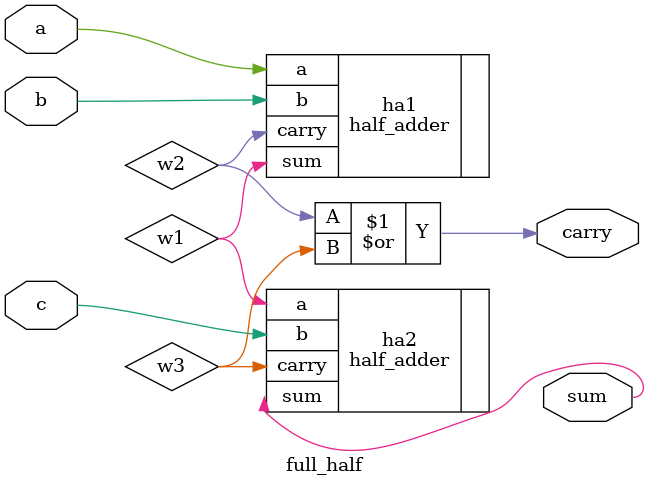
<source format=v>
`timescale 1ns / 1ps
module full_half(input a,b,c, output sum,carry);
wire w1,w2,w3;
half_adder ha1(.a(a),.b(b),.sum(w1),.carry(w2));
half_adder ha2(.a(w1),.b(c),.sum(sum),.carry(w3));
or o1(carry,w2,w3);

endmodule

</source>
